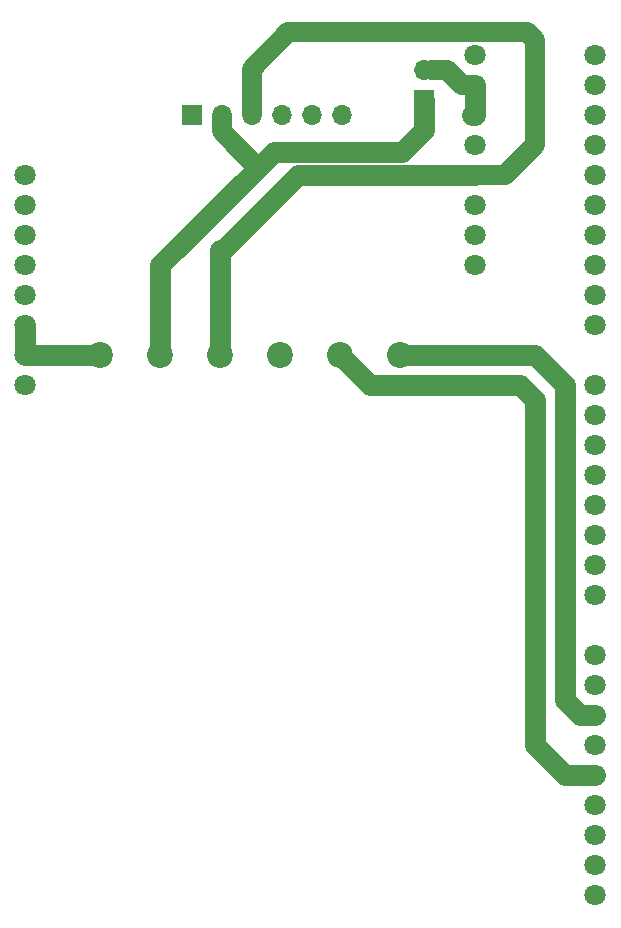
<source format=gbr>
%TF.GenerationSoftware,KiCad,Pcbnew,(6.0.4)*%
%TF.CreationDate,2022-07-05T11:48:25-05:00*%
%TF.ProjectId,nRF52_DK_programmer_shield_v002,6e524635-325f-4444-9b5f-70726f677261,rev?*%
%TF.SameCoordinates,Original*%
%TF.FileFunction,Copper,L1,Top*%
%TF.FilePolarity,Positive*%
%FSLAX46Y46*%
G04 Gerber Fmt 4.6, Leading zero omitted, Abs format (unit mm)*
G04 Created by KiCad (PCBNEW (6.0.4)) date 2022-07-05 11:48:25*
%MOMM*%
%LPD*%
G01*
G04 APERTURE LIST*
%TA.AperFunction,ComponentPad*%
%ADD10R,1.700000X1.700000*%
%TD*%
%TA.AperFunction,ComponentPad*%
%ADD11O,1.700000X1.700000*%
%TD*%
%TA.AperFunction,ComponentPad*%
%ADD12C,1.800000*%
%TD*%
%TA.AperFunction,ComponentPad*%
%ADD13C,2.200000*%
%TD*%
%TA.AperFunction,Conductor*%
%ADD14C,1.800000*%
%TD*%
%TA.AperFunction,Conductor*%
%ADD15C,1.700000*%
%TD*%
G04 APERTURE END LIST*
D10*
%TO.P,J1,1,Pin_1*%
%TO.N,VCC*%
X155356600Y-56340000D03*
D11*
%TO.P,J1,2,Pin_2*%
%TO.N,Net-(U1-Pad14)*%
X155356600Y-53800000D03*
%TD*%
D12*
%TO.P,U1,1,NC*%
%TO.N,unconnected-(U1-Pad1)*%
X121600000Y-80490000D03*
%TO.P,U1,2,GND*%
%TO.N,GND*%
X121600000Y-77950000D03*
%TO.P,U1,3,GND*%
X121600000Y-75410000D03*
%TO.P,U1,4,5V*%
%TO.N,unconnected-(U1-Pad4)*%
X121600000Y-72870000D03*
%TO.P,U1,5,VCC*%
%TO.N,unconnected-(U1-Pad5)*%
X121600000Y-70330000D03*
%TO.P,U1,6,RESET*%
%TO.N,unconnected-(U1-Pad6)*%
X121600000Y-67790000D03*
%TO.P,U1,7,VCC*%
%TO.N,unconnected-(U1-Pad7)*%
X121600000Y-65250000D03*
%TO.P,U1,8,VDD*%
%TO.N,unconnected-(U1-Pad8)*%
X121600000Y-62710000D03*
%TO.P,U1,9,GND_DETECT*%
%TO.N,GND*%
X159700000Y-70330000D03*
%TO.P,U1,10,RESET*%
%TO.N,unconnected-(U1-Pad10)*%
X159700000Y-67790000D03*
%TO.P,U1,11,SWO*%
%TO.N,unconnected-(U1-Pad11)*%
X159700000Y-65250000D03*
%TO.P,U1,12,SWDCLK*%
%TO.N,SWDCLK*%
X159700000Y-62710000D03*
%TO.P,U1,13,SWDIO*%
%TO.N,SWDIO*%
X159700000Y-60170000D03*
%TO.P,U1,14,VTG*%
%TO.N,Net-(U1-Pad14)*%
X159700000Y-57630000D03*
%TO.P,U1,15,VDD*%
X159700000Y-55090000D03*
%TO.P,U1,16,VDD_nRF*%
%TO.N,unconnected-(U1-Pad16)*%
X159700000Y-52550000D03*
%TO.P,U1,17*%
%TO.N,N/C*%
X169860000Y-123670000D03*
%TO.P,U1,18*%
X169860000Y-121130000D03*
%TO.P,U1,19*%
X169860000Y-118590000D03*
%TO.P,U1,20*%
X169860000Y-116050000D03*
%TO.P,U1,21,TXO_((P06)*%
%TO.N,TXO*%
X169860000Y-113510000D03*
%TO.P,U1,22*%
%TO.N,N/C*%
X169860000Y-110970000D03*
%TO.P,U1,23,RXI_(P08)*%
%TO.N,RXI*%
X169860000Y-108430000D03*
%TO.P,U1,24*%
%TO.N,N/C*%
X169860000Y-105890000D03*
%TO.P,U1,25*%
X169860000Y-103350000D03*
%TO.P,U1,26*%
X169860000Y-98270000D03*
%TO.P,U1,27*%
X169860000Y-95730000D03*
%TO.P,U1,28*%
X169860000Y-93190000D03*
%TO.P,U1,29*%
X169860000Y-90650000D03*
%TO.P,U1,30*%
X169860000Y-88110000D03*
%TO.P,U1,31*%
X169860000Y-85570000D03*
%TO.P,U1,32*%
X169860000Y-83030000D03*
%TO.P,U1,33*%
X169860000Y-80490000D03*
%TO.P,U1,34*%
X169860000Y-75410000D03*
%TO.P,U1,35*%
X169860000Y-72870000D03*
%TO.P,U1,36*%
X169860000Y-70330000D03*
%TO.P,U1,37*%
X169860000Y-67790000D03*
%TO.P,U1,38*%
X169860000Y-65250000D03*
%TO.P,U1,39*%
X169860000Y-62710000D03*
%TO.P,U1,40*%
X169860000Y-60170000D03*
%TO.P,U1,41*%
X169860000Y-57630000D03*
%TO.P,U1,42*%
X169860000Y-55090000D03*
%TO.P,U1,43*%
X169860000Y-52550000D03*
%TD*%
D10*
%TO.P,U3,1,GND*%
%TO.N,GND*%
X135671600Y-57605000D03*
D11*
%TO.P,U3,2,VCC*%
%TO.N,VCC*%
X138211600Y-57605000D03*
%TO.P,U3,3,SWCLK*%
%TO.N,SWDCLK*%
X140751600Y-57605000D03*
%TO.P,U3,4,SWDIO*%
%TO.N,SWDIO*%
X143291600Y-57605000D03*
%TO.P,U3,5,TXO*%
%TO.N,TXO*%
X145831600Y-57605000D03*
%TO.P,U3,6,RXI*%
%TO.N,RXI*%
X148371600Y-57605000D03*
%TD*%
D13*
%TO.P,U2,1,GND*%
%TO.N,GND*%
X127950000Y-77950000D03*
%TO.P,U2,2,VCC*%
%TO.N,VCC*%
X133030000Y-77950000D03*
%TO.P,U2,3,SWCLK*%
%TO.N,SWDCLK*%
X138110000Y-77950000D03*
%TO.P,U2,4,SWDIO*%
%TO.N,SWDIO*%
X143190000Y-77950000D03*
%TO.P,U2,5,TXO*%
%TO.N,TXO*%
X148270000Y-77950000D03*
%TO.P,U2,6,RXI*%
%TO.N,RXI*%
X153350000Y-77950000D03*
%TD*%
D14*
%TO.N,VCC*%
X142649520Y-60710480D02*
X141285000Y-62075000D01*
X153521120Y-60710480D02*
X142649520Y-60710480D01*
X155356600Y-58875000D02*
X153521120Y-60710480D01*
X155356600Y-56340000D02*
X155356600Y-58875000D01*
D15*
%TO.N,Net-(U1-Pad14)*%
X158556600Y-55090000D02*
X159700000Y-55090000D01*
X157261600Y-53795000D02*
X158556600Y-55090000D01*
X155991600Y-53795000D02*
X157261600Y-53795000D01*
D14*
%TO.N,GND*%
X121600000Y-75410000D02*
X121600000Y-77950000D01*
X127950000Y-77950000D02*
X121600000Y-77950000D01*
%TO.N,SWDCLK*%
X138110000Y-77950000D02*
X138110000Y-69060000D01*
X144663200Y-62710000D02*
X144714000Y-62710000D01*
X144739400Y-62710000D02*
X159700000Y-62710000D01*
X144714000Y-62735400D02*
X144739400Y-62710000D01*
D15*
X164780000Y-60171396D02*
X162241396Y-62710000D01*
X140751600Y-57605000D02*
X140751600Y-53718400D01*
X164780000Y-51280000D02*
X164780000Y-60171396D01*
D14*
X138338600Y-69034600D02*
X144663200Y-62710000D01*
D15*
X164100489Y-50600489D02*
X164780000Y-51280000D01*
X143869511Y-50600489D02*
X164100489Y-50600489D01*
X140751600Y-53718400D02*
X143869511Y-50600489D01*
X162241396Y-62710000D02*
X159700000Y-62710000D01*
%TO.N,VCC*%
X138211600Y-57605000D02*
X138211600Y-59001600D01*
D14*
X141285000Y-62075000D02*
X133030000Y-70330000D01*
D15*
X138211600Y-59001600D02*
X139380000Y-60170000D01*
D14*
X133030000Y-70330000D02*
X133030000Y-77950000D01*
%TO.N,Net-(U1-Pad14)*%
X159700000Y-57630000D02*
X159412263Y-57630000D01*
%TO.N,VCC*%
X141285000Y-62075000D02*
X139380000Y-60170000D01*
%TO.N,Net-(U1-Pad14)*%
X159700000Y-57630000D02*
X159700000Y-55090000D01*
%TO.N,TXO*%
X167320000Y-113510000D02*
X164780000Y-110970000D01*
X163510000Y-80490000D02*
X150810000Y-80490000D01*
X164780000Y-110970000D02*
X164780000Y-81760000D01*
X169860000Y-113510000D02*
X167320000Y-113510000D01*
X150810000Y-80490000D02*
X148270000Y-77950000D01*
X164780000Y-81760000D02*
X163510000Y-80490000D01*
%TO.N,RXI*%
X169860000Y-108430000D02*
X168590000Y-108430000D01*
X164780000Y-77950000D02*
X153350000Y-77950000D01*
X167320000Y-80490000D02*
X164780000Y-77950000D01*
X167320000Y-107160000D02*
X167320000Y-80490000D01*
X168590000Y-108430000D02*
X167320000Y-107160000D01*
%TD*%
M02*

</source>
